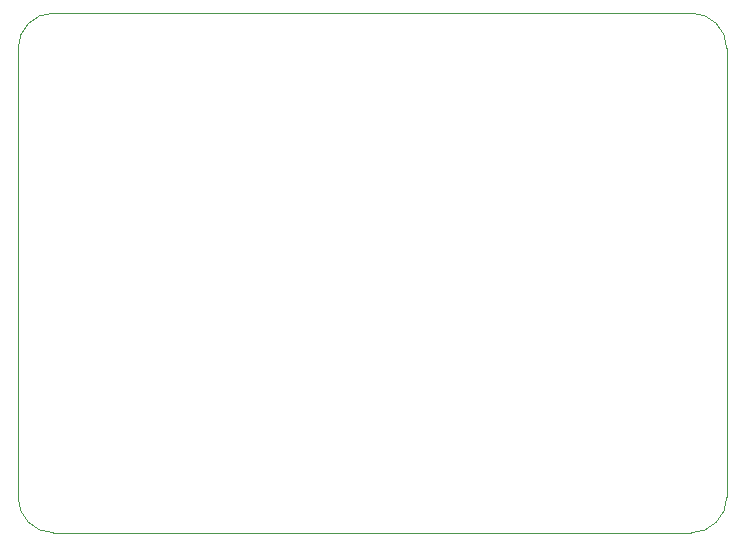
<source format=gm1>
G04 #@! TF.GenerationSoftware,KiCad,Pcbnew,9.0.1*
G04 #@! TF.CreationDate,2025-05-07T20:37:22+02:00*
G04 #@! TF.ProjectId,resistive-BMS-4s,72657369-7374-4697-9665-2d424d532d34,rev?*
G04 #@! TF.SameCoordinates,Original*
G04 #@! TF.FileFunction,Profile,NP*
%FSLAX46Y46*%
G04 Gerber Fmt 4.6, Leading zero omitted, Abs format (unit mm)*
G04 Created by KiCad (PCBNEW 9.0.1) date 2025-05-07 20:37:22*
%MOMM*%
%LPD*%
G01*
G04 APERTURE LIST*
G04 #@! TA.AperFunction,Profile*
%ADD10C,0.050000*%
G04 #@! TD*
G04 APERTURE END LIST*
D10*
X70000000Y-119000000D02*
X70000000Y-81000000D01*
X73000000Y-122000000D02*
G75*
G02*
X70000000Y-119000000I0J3000000D01*
G01*
X130000000Y-81000000D02*
X130000000Y-119000000D01*
X127000000Y-122000000D02*
X73000000Y-122000000D01*
X73000000Y-78000000D02*
X127000000Y-78000000D01*
X127000000Y-78000000D02*
G75*
G02*
X130000000Y-81000000I0J-3000000D01*
G01*
X130000000Y-119000000D02*
G75*
G02*
X127000000Y-122000000I-3000000J0D01*
G01*
X70000000Y-81000000D02*
G75*
G02*
X73000000Y-78000000I3000000J0D01*
G01*
M02*

</source>
